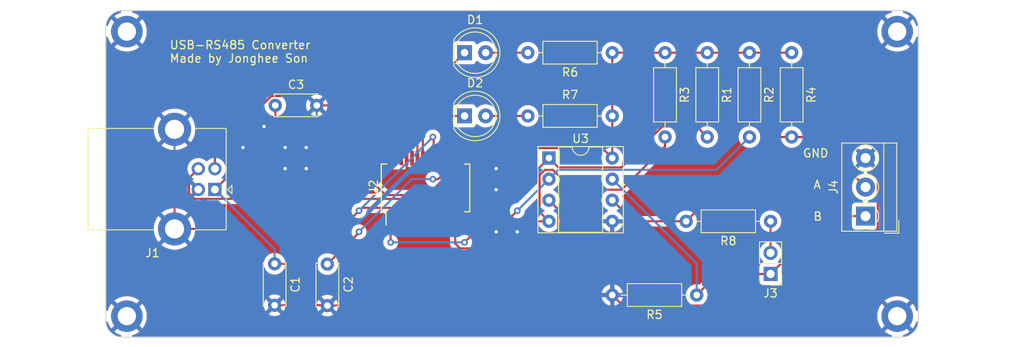
<source format=kicad_pcb>
(kicad_pcb (version 20221018) (generator pcbnew)
  (title_block (title "USB to RS485 Converter") (date "2023-04-10") (rev "1.0"))
  (layers (0 "F.Cu" signal) (31 "B.Cu" signal) (34 "B.Paste" user) (35 "F.Paste" user) (36 "B.SilkS" user "B.Silkscreen") (37 "F.SilkS" user "F.Silkscreen") (38 "B.Mask" user) (39 "F.Mask" user) (44 "Edge.Cuts" user))
  (net 0 "")
  (net 1 "/5V")
  (net 2 "/GND")
  (net 3 "Net-(U2-3V3OUT)")
  (net 4 "Net-(D1-K)")
  (net 5 "Net-(D1-A)")
  (net 6 "Net-(D2-K)")
  (net 7 "Net-(D2-A)")
  (net 8 "Net-(J1-D-)")
  (net 9 "Net-(J1-D+)")
  (net 10 "Net-(J3-Pin_1)")
  (net 11 "Net-(J4-Pin_2)")
  (net 12 "Net-(U2-RXD)")
  (net 13 "Net-(U2-TXD)")
  (net 21 "Net-(U2-CBUS3)")
  (net 22 "Net-(U2-CBUS2)")
  (net 26 "Net-(J3-Pin_2)")
  (footprint "Resistor_THT:R_Axial_DIN0207_L6.3mm_D2.5mm_P10.16mm_Horizontal" (layer "F.Cu") (at 165.1 82.55 -90)
    (fp_text reference "R1" (at 5.08 -2.37 90) (layer "F.SilkS"))
    (fp_text value "10k")
    (fp_line (start 1.04 0) (end 1.81 0) (stroke (width 0.12)) (layer "F.SilkS"))
    (fp_line (start 1.81 -1.37) (end 1.81 1.37) (stroke (width 0.12)) (layer "F.SilkS"))
    (fp_line (start 1.81 1.37) (end 8.35 1.37) (stroke (width 0.12)) (layer "F.SilkS"))
    (fp_line (start 8.35 -1.37) (end 1.81 -1.37) (stroke (width 0.12)) (layer "F.SilkS"))
    (fp_line (start 8.35 1.37) (end 8.35 -1.37) (stroke (width 0.12)) (layer "F.SilkS"))
    (fp_line (start 9.12 0) (end 8.35 0) (stroke (width 0.12)) (layer "F.SilkS"))
    (pad "1" thru_hole circle (at 0 0 270) (size 1.6 1.6) (drill 0.8) (layers "*.Cu" "*.Mask") (net 1 "/5V"))
    (pad "2" thru_hole oval (at 10.16 0 270) (size 1.6 1.6) (drill 0.8) (layers "*.Cu" "*.Mask") (net 12 "Net-(U2-RXD)"))
  )
  (footprint "MountingHole:MountingHole_2.2mm_M2_ISO14580_Pad" (layer "F.Cu") (at 187.96 80.01)
    (fp_text reference "REF**" hide)
    (fp_text value "MountingHole_2.2mm_M2_ISO14580_Pad")
    (pad "1" thru_hole circle (at 0 0) (size 3.8 3.8) (drill 2.2) (layers "*.Cu" "*.Mask") (net 2 "/GND"))
  )
  (footprint "Capacitor_THT:C_Disc_D5.0mm_W2.5mm_P5.00mm" (layer "F.Cu") (at 113.03 107.99 -90)
    (fp_text reference "C1" (at 2.5 -2.5 90) (layer "F.SilkS"))
    (fp_text value "0.1uF")
    (fp_line (start -0.12 -1.37) (end -0.12 -1.055) (stroke (width 0.12)) (layer "F.SilkS"))
    (fp_line (start -0.12 -1.37) (end 5.12 -1.37) (stroke (width 0.12)) (layer "F.SilkS"))
    (fp_line (start -0.12 1.055) (end -0.12 1.37) (stroke (width 0.12)) (layer "F.SilkS"))
    (fp_line (start -0.12 1.37) (end 5.12 1.37) (stroke (width 0.12)) (layer "F.SilkS"))
    (fp_line (start 5.12 -1.37) (end 5.12 -1.055) (stroke (width 0.12)) (layer "F.SilkS"))
    (fp_line (start 5.12 1.055) (end 5.12 1.37) (stroke (width 0.12)) (layer "F.SilkS"))
    (pad "1" thru_hole circle (at 0 0 270) (size 1.6 1.6) (drill 0.8) (layers "*.Cu" "*.Mask") (net 1 "/5V"))
    (pad "2" thru_hole circle (at 5 0 270) (size 1.6 1.6) (drill 0.8) (layers "*.Cu" "*.Mask") (net 2 "/GND"))
  )
  (footprint "LED_THT:LED_D5.0mm" (layer "F.Cu") (at 135.89 82.55)
    (fp_text reference "D1" (at 1.27 -3.96) (layer "F.SilkS"))
    (fp_text value "RED")
    (fp_line (start -1.29 -1.545) (end -1.29 1.545) (stroke (width 0.12)) (layer "F.SilkS"))
    (fp_arc (start -1.29 -1.54483) (mid 2.072002 -2.880433) (end 4.26 0.000462) (stroke (width 0.12)) (layer "F.SilkS"))
    (fp_arc (start 4.26 -0.000462) (mid 2.072002 2.880433) (end -1.29 1.54483) (stroke (width 0.12)) (layer "F.SilkS"))
    (fp_circle (center 1.27 0) (end 3.77 0) (stroke (width 0.12)) (fill none) (layer "F.SilkS"))
    (pad "1" thru_hole rect (at 0 0) (size 1.8 1.8) (drill 0.9) (layers "*.Cu" "*.Mask") (net 4 "Net-(D1-K)"))
    (pad "2" thru_hole circle (at 2.54 0) (size 1.8 1.8) (drill 0.9) (layers "*.Cu" "*.Mask") (net 5 "Net-(D1-A)"))
  )
  (footprint "Resistor_THT:R_Axial_DIN0207_L6.3mm_D2.5mm_P10.16mm_Horizontal" (layer "F.Cu") (at 172.72 102.87 180)
    (fp_text reference "R8" (at 5.08 -2.37) (layer "F.SilkS"))
    (fp_text value "120")
    (fp_line (start 1.04 0) (end 1.81 0) (stroke (width 0.12)) (layer "F.SilkS"))
    (fp_line (start 1.81 -1.37) (end 1.81 1.37) (stroke (width 0.12)) (layer "F.SilkS"))
    (fp_line (start 1.81 1.37) (end 8.35 1.37) (stroke (width 0.12)) (layer "F.SilkS"))
    (fp_line (start 8.35 -1.37) (end 1.81 -1.37) (stroke (width 0.12)) (layer "F.SilkS"))
    (fp_line (start 8.35 1.37) (end 8.35 -1.37) (stroke (width 0.12)) (layer "F.SilkS"))
    (fp_line (start 9.12 0) (end 8.35 0) (stroke (width 0.12)) (layer "F.SilkS"))
    (pad "1" thru_hole circle (at 0 0 180) (size 1.6 1.6) (drill 0.8) (layers "*.Cu" "*.Mask") (net 26 "Net-(J3-Pin_2)"))
    (pad "2" thru_hole oval (at 10.16 0 180) (size 1.6 1.6) (drill 0.8) (layers "*.Cu" "*.Mask") (net 11 "Net-(J4-Pin_2)"))
  )
  (footprint "Package_DIP:DIP-8_W7.62mm_Socket" (layer "F.Cu") (at 146.05 95.25)
    (fp_text reference "U3" (at 3.81 -2.33) (layer "F.SilkS"))
    (fp_text value "MAX485E")
    (fp_line (start -1.33 -1.39) (end -1.33 9.01) (stroke (width 0.12)) (layer "F.SilkS"))
    (fp_line (start -1.33 9.01) (end 8.95 9.01) (stroke (width 0.12)) (layer "F.SilkS"))
    (fp_line (start 1.16 -1.33) (end 1.16 8.95) (stroke (width 0.12)) (layer "F.SilkS"))
    (fp_line (start 1.16 8.95) (end 6.46 8.95) (stroke (width 0.12)) (layer "F.SilkS"))
    (fp_line (start 2.81 -1.33) (end 1.16 -1.33) (stroke (width 0.12)) (layer "F.SilkS"))
    (fp_line (start 6.46 -1.33) (end 4.81 -1.33) (stroke (width 0.12)) (layer "F.SilkS"))
    (fp_line (start 6.46 8.95) (end 6.46 -1.33) (stroke (width 0.12)) (layer "F.SilkS"))
    (fp_line (start 8.95 -1.39) (end -1.33 -1.39) (stroke (width 0.12)) (layer "F.SilkS"))
    (fp_line (start 8.95 9.01) (end 8.95 -1.39) (stroke (width 0.12)) (layer "F.SilkS"))
    (fp_arc (start 4.81 -1.33) (mid 3.81 -0.33) (end 2.81 -1.33) (stroke (width 0.12)) (layer "F.SilkS"))
    (pad "1" thru_hole rect (at 0 0) (size 1.6 1.6) (drill 0.8) (layers "*.Cu" "*.Mask") (net 12 "Net-(U2-RXD)"))
    (pad "2" thru_hole oval (at 0 2.54) (size 1.6 1.6) (drill 0.8) (layers "*.Cu" "*.Mask") (net 21 "Net-(U2-CBUS3)"))
    (pad "3" thru_hole oval (at 0 5.08) (size 1.6 1.6) (drill 0.8) (layers "*.Cu" "*.Mask") (net 22 "Net-(U2-CBUS2)"))
    (pad "4" thru_hole oval (at 0 7.62) (size 1.6 1.6) (drill 0.8) (layers "*.Cu" "*.Mask") (net 13 "Net-(U2-TXD)"))
    (pad "5" thru_hole oval (at 7.62 7.62) (size 1.6 1.6) (drill 0.8) (layers "*.Cu" "*.Mask") (net 2 "/GND"))
    (pad "6" thru_hole oval (at 7.62 5.08) (size 1.6 1.6) (drill 0.8) (layers "*.Cu" "*.Mask") (net 11 "Net-(J4-Pin_2)"))
    (pad "7" thru_hole oval (at 7.62 2.54) (size 1.6 1.6) (drill 0.8) (layers "*.Cu" "*.Mask") (net 10 "Net-(J3-Pin_1)"))
    (pad "8" thru_hole oval (at 7.62 0) (size 1.6 1.6) (drill 0.8) (layers "*.Cu" "*.Mask") (net 1 "/5V"))
  )
  (footprint "Connector_USB:USB_B_Lumberg_2411_02_Horizontal" (layer "F.Cu") (at 105.8475 99.04 180)
    (fp_text reference "J1" (at 7.5 -7.65) (layer "F.SilkS"))
    (fp_text value "USB_B")
    (fp_line (start -2.05 -0.5) (end -2.05 0.5) (stroke (width 0.12)) (layer "F.SilkS"))
    (fp_line (start -2.05 0.5) (end -1.55 0) (stroke (width 0.12)) (layer "F.SilkS"))
    (fp_line (start -1.55 0) (end -2.05 -0.5) (stroke (width 0.12)) (layer "F.SilkS"))
    (fp_line (start -1.35 -4.86) (end 2.4 -4.86) (stroke (width 0.12)) (layer "F.SilkS"))
    (fp_line (start -1.35 7.36) (end -1.35 -4.86) (stroke (width 0.12)) (layer "F.SilkS"))
    (fp_line (start -1.35 7.36) (end 2.4 7.36) (stroke (width 0.12)) (layer "F.SilkS"))
    (fp_line (start 15.27 -4.86) (end 7.3 -4.86) (stroke (width 0.12)) (layer "F.SilkS"))
    (fp_line (start 15.27 7.36) (end 7.3 7.36) (stroke (width 0.12)) (layer "F.SilkS"))
    (fp_line (start 15.27 7.36) (end 15.27 -4.86) (stroke (width 0.12)) (layer "F.SilkS"))
    (pad "1" thru_hole rect (at 0 0 270) (size 1.6 1.6) (drill 0.95) (layers "*.Cu" "*.Mask") (net 1 "/5V"))
    (pad "2" thru_hole circle (at 0 2.5 270) (size 1.6 1.6) (drill 0.95) (layers "*.Cu" "*.Mask") (net 8 "Net-(J1-D-)"))
    (pad "3" thru_hole circle (at 2 2.5 270) (size 1.6 1.6) (drill 0.95) (layers "*.Cu" "*.Mask") (net 9 "Net-(J1-D+)"))
    (pad "4" thru_hole circle (at 2 0 270) (size 1.6 1.6) (drill 0.95) (layers "*.Cu" "*.Mask") (net 2 "/GND"))
    (pad "5" thru_hole circle (at 4.86 -4.75 270) (size 4 4) (drill 2.3) (layers "*.Cu" "*.Mask") (net 2 "/GND"))
    (pad "5" thru_hole circle (at 4.86 7.25 270) (size 4 4) (drill 2.3) (layers "*.Cu" "*.Mask") (net 2 "/GND"))
  )
  (footprint "TerminalBlock_MetzConnect:TerminalBlock_MetzConnect_Type059_RT06303HBWC_1x03_P3.50mm_Horizontal" (layer "F.Cu") (at 184.15 102.25 90)
    (fp_text reference "J4" (at 3.5 -3.86 90) (layer "F.SilkS"))
    (fp_text value "Screw_Terminal_01x03")
    (fp_line (start -2.05 2.26) (end -2.05 4) (stroke (width 0.12)) (layer "F.SilkS"))
    (fp_line (start -2.05 4) (end -0.55 4) (stroke (width 0.12)) (layer "F.SilkS"))
    (fp_line (start -1.81 -2.86) (end -1.81 3.76) (stroke (width 0.12)) (layer "F.SilkS"))
    (fp_line (start -1.81 -2.86) (end 8.81 -2.86) (stroke (width 0.12)) (layer "F.SilkS"))
    (fp_line (start -1.81 2.2) (end 8.81 2.2) (stroke (width 0.12)) (layer "F.SilkS"))
    (fp_line (start -1.81 3.76) (end 8.81 3.76) (stroke (width 0.12)) (layer "F.SilkS"))
    (fp_line (start 2.397 0.914) (end 2.321 0.99) (stroke (width 0.12)) (layer "F.SilkS"))
    (fp_line (start 2.565 1.125) (end 2.511 1.18) (stroke (width 0.12)) (layer "F.SilkS"))
    (fp_line (start 4.49 -1.18) (end 4.436 -1.126) (stroke (width 0.12)) (layer "F.SilkS"))
    (fp_line (start 4.68 -0.99) (end 4.604 -0.914) (stroke (width 0.12)) (layer "F.SilkS"))
    (fp_line (start 5.897 0.914) (end 5.821 0.99) (stroke (width 0.12)) (layer "F.SilkS"))
    (fp_line (start 6.065 1.125) (end 6.011 1.18) (stroke (width 0.12)) (layer "F.SilkS"))
    (fp_line (start 7.99 -1.18) (end 7.936 -1.126) (stroke (width 0.12)) (layer "F.SilkS"))
    (fp_line (start 8.18 -0.99) (end 8.104 -0.914) (stroke (width 0.12)) (layer "F.SilkS"))
    (fp_line (start 8.81 -2.86) (end 8.81 3.76) (stroke (width 0.12)) (layer "F.SilkS"))
    (fp_arc (start -1.386645 0.705733) (mid -1.555906 -0.000711) (end -1.386 -0.707) (stroke (width 0.12)) (layer "F.SilkS"))
    (fp_arc (start -0.705733 -1.386645) (mid 0.000711 -1.555906) (end 0.707 -1.386) (stroke (width 0.12)) (layer "F.SilkS"))
    (fp_arc (start 0.026444 1.555682) (mid -0.350695 1.515869) (end -0.707 1.386) (stroke (width 0.12)) (layer "F.SilkS"))
    (fp_arc (start 0.705955 1.385515) (mid 0.363007 1.512035) (end 0 1.555) (stroke (width 0.12)) (layer "F.SilkS"))
    (fp_arc (start 1.386645 -0.705733) (mid 1.555906 0.000711) (end 1.386 0.707) (stroke (width 0.12)) (layer "F.SilkS"))
    (fp_circle (center 3.5 0) (end 5.055 0) (stroke (width 0.12)) (fill none) (layer "F.SilkS"))
    (fp_circle (center 7 0) (end 8.555 0) (stroke (width 0.12)) (fill none) (layer "F.SilkS"))
    (pad "1" thru_hole rect (at 0 0 90) (size 2.3 2.3) (drill 1.2) (layers "*.Cu" "*.Mask") (net 10 "Net-(J3-Pin_1)"))
    (pad "2" thru_hole circle (at 3.5 0 90) (size 2.3 2.3) (drill 1.2) (layers "*.Cu" "*.Mask") (net 11 "Net-(J4-Pin_2)"))
    (pad "3" thru_hole circle (at 7 0 90) (size 2.3 2.3) (drill 1.2) (layers "*.Cu" "*.Mask") (net 2 "/GND"))
  )
  (footprint "Capacitor_THT:C_Disc_D5.0mm_W2.5mm_P5.00mm" (layer "F.Cu") (at 113.11 88.9)
    (fp_text reference "C3" (at 2.5 -2.5) (layer "F.SilkS"))
    (fp_text value "0.1uF")
    (fp_line (start -0.12 -1.37) (end -0.12 -1.055) (stroke (width 0.12)) (layer "F.SilkS"))
    (fp_line (start -0.12 -1.37) (end 5.12 -1.37) (stroke (width 0.12)) (layer "F.SilkS"))
    (fp_line (start -0.12 1.055) (end -0.12 1.37) (stroke (width 0.12)) (layer "F.SilkS"))
    (fp_line (start -0.12 1.37) (end 5.12 1.37) (stroke (width 0.12)) (layer "F.SilkS"))
    (fp_line (start 5.12 -1.37) (end 5.12 -1.055) (stroke (width 0.12)) (layer "F.SilkS"))
    (fp_line (start 5.12 1.055) (end 5.12 1.37) (stroke (width 0.12)) (layer "F.SilkS"))
    (pad "1" thru_hole circle (at 0 0) (size 1.6 1.6) (drill 0.8) (layers "*.Cu" "*.Mask") (net 1 "/5V"))
    (pad "2" thru_hole circle (at 5 0) (size 1.6 1.6) (drill 0.8) (layers "*.Cu" "*.Mask") (net 2 "/GND"))
  )
  (footprint "LED_THT:LED_D5.0mm" (layer "F.Cu") (at 135.89 90.17)
    (fp_text reference "D2" (at 1.27 -3.96) (layer "F.SilkS"))
    (fp_text value "GREEN")
    (fp_line (start -1.29 -1.545) (end -1.29 1.545) (stroke (width 0.12)) (layer "F.SilkS"))
    (fp_arc (start -1.29 -1.54483) (mid 2.072002 -2.880433) (end 4.26 0.000462) (stroke (width 0.12)) (layer "F.SilkS"))
    (fp_arc (start 4.26 -0.000462) (mid 2.072002 2.880433) (end -1.29 1.54483) (stroke (width 0.12)) (layer "F.SilkS"))
    (fp_circle (center 1.27 0) (end 3.77 0) (stroke (width 0.12)) (fill none) (layer "F.SilkS"))
    (pad "1" thru_hole rect (at 0 0) (size 1.8 1.8) (drill 0.9) (layers "*.Cu" "*.Mask") (net 6 "Net-(D2-K)"))
    (pad "2" thru_hole circle (at 2.54 0) (size 1.8 1.8) (drill 0.9) (layers "*.Cu" "*.Mask") (net 7 "Net-(D2-A)"))
  )
  (footprint "Connector_PinHeader_2.54mm:PinHeader_1x02_P2.54mm_Vertical" (layer "F.Cu") (at 172.72 109.22 180)
    (fp_text reference "J3" (at 0 -2.33) (layer "F.SilkS"))
    (fp_text value "Conn_01x02_Pin")
    (fp_line (start -1.33 -1.33) (end 0 -1.33) (stroke (width 0.12)) (layer "F.SilkS"))
    (fp_line (start -1.33 0) (end -1.33 -1.33) (stroke (width 0.12)) (layer "F.SilkS"))
    (fp_line (start -1.33 1.27) (end -1.33 3.87) (stroke (width 0.12)) (layer "F.SilkS"))
    (fp_line (start -1.33 1.27) (end 1.33 1.27) (stroke (width 0.12)) (layer "F.SilkS"))
    (fp_line (start -1.33 3.87) (end 1.33 3.87) (stroke (width 0.12)) (layer "F.SilkS"))
    (fp_line (start 1.33 1.27) (end 1.33 3.87) (stroke (width 0.12)) (layer "F.SilkS"))
    (pad "1" thru_hole rect (at 0 0 180) (size 1.7 1.7) (drill 1) (layers "*.Cu" "*.Mask") (net 10 "Net-(J3-Pin_1)"))
    (pad "2" thru_hole oval (at 0 2.54 180) (size 1.7 1.7) (drill 1) (layers "*.Cu" "*.Mask") (net 26 "Net-(J3-Pin_2)"))
  )
  (footprint "Resistor_THT:R_Axial_DIN0207_L6.3mm_D2.5mm_P10.16mm_Horizontal" (layer "F.Cu") (at 153.67 82.55 180)
    (fp_text reference "R6" (at 5.08 -2.37) (layer "F.SilkS"))
    (fp_text value "330")
    (fp_line (start 1.04 0) (end 1.81 0) (stroke (width 0.12)) (layer "F.SilkS"))
    (fp_line (start 1.81 -1.37) (end 1.81 1.37) (stroke (width 0.12)) (layer "F.SilkS"))
    (fp_line (start 1.81 1.37) (end 8.35 1.37) (stroke (width 0.12)) (layer "F.SilkS"))
    (fp_line (start 8.35 -1.37) (end 1.81 -1.37) (stroke (width 0.12)) (layer "F.SilkS"))
    (fp_line (start 8.35 1.37) (end 8.35 -1.37) (stroke (width 0.12)) (layer "F.SilkS"))
    (fp_line (start 9.12 0) (end 8.35 0) (stroke (width 0.12)) (layer "F.SilkS"))
    (pad "1" thru_hole circle (at 0 0 180) (size 1.6 1.6) (drill 0.8) (layers "*.Cu" "*.Mask") (net 1 "/5V"))
    (pad "2" thru_hole oval (at 10.16 0 180) (size 1.6 1.6) (drill 0.8) (layers "*.Cu" "*.Mask") (net 5 "Net-(D1-A)"))
  )
  (footprint "MountingHole:MountingHole_2.2mm_M2_ISO14580_Pad" (layer "F.Cu") (at 95.25 80.01)
    (fp_text reference "REF**" hide)
    (fp_text value "MountingHole_2.2mm_M2_ISO14580_Pad")
    (pad "1" thru_hole circle (at 0 0) (size 3.8 3.8) (drill 2.2) (layers "*.Cu" "*.Mask") (net 2 "/GND"))
  )
  (footprint "MountingHole:MountingHole_2.2mm_M2_ISO14580_Pad" (layer "F.Cu") (at 187.96 114.3)
    (fp_text reference "REF**" hide)
    (fp_text value "MountingHole_2.2mm_M2_ISO14580_Pad")
    (pad "1" thru_hole circle (at 0 0) (size 3.8 3.8) (drill 2.2) (layers "*.Cu" "*.Mask") (net 2 "/GND"))
  )
  (footprint "MountingHole:MountingHole_2.2mm_M2_ISO14580_Pad" (layer "F.Cu") (at 95.25 114.3)
    (fp_text reference "REF**" hide)
    (fp_text value "MountingHole_2.2mm_M2_ISO14580_Pad")
    (pad "1" thru_hole circle (at 0 0) (size 3.8 3.8) (drill 2.2) (layers "*.Cu" "*.Mask") (net 2 "/GND"))
  )
  (footprint "Capacitor_THT:C_Disc_D5.0mm_W2.5mm_P5.00mm" (layer "F.Cu") (at 119.38 108.03 -90)
    (fp_text reference "C2" (at 2.46 -2.54 90) (layer "F.SilkS"))
    (fp_text value "0.1uF")
    (fp_line (start -0.12 -1.37) (end -0.12 -1.055) (stroke (width 0.12)) (layer "F.SilkS"))
    (fp_line (start -0.12 -1.37) (end 5.12 -1.37) (stroke (width 0.12)) (layer "F.SilkS"))
    (fp_line (start -0.12 1.055) (end -0.12 1.37) (stroke (width 0.12)) (layer "F.SilkS"))
    (fp_line (start -0.12 1.37) (end 5.12 1.37) (stroke (width 0.12)) (layer "F.SilkS"))
    (fp_line (start 5.12 -1.37) (end 5.12 -1.055) (stroke (width 0.12)) (layer "F.SilkS"))
    (fp_line (start 5.12 1.055) (end 5.12 1.37) (stroke (width 0.12)) (layer "F.SilkS"))
    (pad "1" thru_hole circle (at 0 0 270) (size 1.6 1.6) (drill 0.8) (layers "*.Cu" "*.Mask") (net 3 "Net-(U2-3V3OUT)"))
    (pad "2" thru_hole circle (at 5 0 270) (size 1.6 1.6) (drill 0.8) (layers "*.Cu" "*.Mask") (net 2 "/GND"))
  )
  (footprint "Resistor_THT:R_Axial_DIN0207_L6.3mm_D2.5mm_P10.16mm_Horizontal" (layer "F.Cu") (at 175.26 82.55 -90)
    (fp_text reference "R4" (at 5.08 -2.37 90) (layer "F.SilkS"))
    (fp_text value "20k")
    (fp_line (start 1.04 0) (end 1.81 0) (stroke (width 0.12)) (layer "F.SilkS"))
    (fp_line (start 1.81 -1.37) (end 1.81 1.37) (stroke (width 0.12)) (layer "F.SilkS"))
    (fp_line (start 1.81 1.37) (end 8.35 1.37) (stroke (width 0.12)) (layer "F.SilkS"))
    (fp_line (start 8.35 -1.37) (end 1.81 -1.37) (stroke (width 0.12)) (layer "F.SilkS"))
    (fp_line (start 8.35 1.37) (end 8.35 -1.37) (stroke (width 0.12)) (layer "F.SilkS"))
    (fp_line (start 9.12 0) (end 8.35 0) (stroke (width 0.12)) (layer "F.SilkS"))
    (pad "1" thru_hole circle (at 0 0 270) (size 1.6 1.6) (drill 0.8) (layers "*.Cu" "*.Mask") (net 1 "/5V"))
    (pad "2" thru_hole oval (at 10.16 0 270) (size 1.6 1.6) (drill 0.8) (layers "*.Cu" "*.Mask") (net 11 "Net-(J4-Pin_2)"))
  )
  (footprint "Resistor_THT:R_Axial_DIN0207_L6.3mm_D2.5mm_P10.16mm_Horizontal" (layer "F.Cu") (at 153.67 90.17 180)
    (fp_text reference "R7" (at 5.08 2.54) (layer "F.SilkS"))
    (fp_text value "330")
    (fp_line (start 1.04 0) (end 1.81 0) (stroke (width 0.12)) (layer "F.SilkS"))
    (fp_line (start 1.81 -1.37) (end 1.81 1.37) (stroke (width 0.12)) (layer "F.SilkS"))
    (fp_line (start 1.81 1.37) (end 8.35 1.37) (stroke (width 0.12)) (layer "F.SilkS"))
    (fp_line (start 8.35 -1.37) (end 1.81 -1.37) (stroke (width 0.12)) (layer "F.SilkS"))
    (fp_line (start 8.35 1.37) (end 8.35 -1.37) (stroke (width 0.12)) (layer "F.SilkS"))
    (fp_line (start 9.12 0) (end 8.35 0) (stroke (width 0.12)) (layer "F.SilkS"))
    (pad "1" thru_hole circle (at 0 0 180) (size 1.6 1.6) (drill 0.8) (layers "*.Cu" "*.Mask") (net 1 "/5V"))
    (pad "2" thru_hole oval (at 10.16 0 180) (size 1.6 1.6) (drill 0.8) (layers "*.Cu" "*.Mask") (net 7 "Net-(D2-A)"))
  )
  (footprint "Resistor_THT:R_Axial_DIN0207_L6.3mm_D2.5mm_P10.16mm_Horizontal" (layer "F.Cu") (at 170.18 82.55 -90)
    (fp_text reference "R2" (at 5.08 -2.37 90) (layer "F.SilkS"))
    (fp_text value "10k")
    (fp_line (start 1.04 0) (end 1.81 0) (stroke (width 0.12)) (layer "F.SilkS"))
    (fp_line (start 1.81 -1.37) (end 1.81 1.37) (stroke (width 0.12)) (layer "F.SilkS"))
    (fp_line (start 1.81 1.37) (end 8.35 1.37) (stroke (width 0.12)) (layer "F.SilkS"))
    (fp_line (start 8.35 -1.37) (end 1.81 -1.37) (stroke (width 0.12)) (layer "F.SilkS"))
    (fp_line (start 8.35 1.37) (end 8.35 -1.37) (stroke (width 0.12)) (layer "F.SilkS"))
    (fp_line (start 9.12 0) (end 8.35 0) (stroke (width 0.12)) (layer "F.SilkS"))
    (pad "1" thru_hole circle (at 0 0 270) (size 1.6 1.6) (drill 0.8) (layers "*.Cu" "*.Mask") (net 1 "/5V"))
    (pad "2" thru_hole oval (at 10.16 0 270) (size 1.6 1.6) (drill 0.8) (layers "*.Cu" "*.Mask") (net 21 "Net-(U2-CBUS3)"))
  )
  (footprint "Package_SO:SSOP-28_5.3x10.2mm_P0.65mm" (layer "F.Cu") (at 131.195 98.85 90)
    (fp_text reference "U2" (at 0 -6.25 90) (layer "F.SilkS"))
    (fp_text value "FT232RL")
    (fp_line (start -2.875 -5.325) (end -2.875 -4.75) (stroke (width 0.15)) (layer "F.SilkS"))
    (fp_line (start -2.875 -5.325) (end 2.875 -5.325) (stroke (width 0.15)) (layer "F.SilkS"))
    (fp_line (start -2.875 -4.75) (end -4.475 -4.75) (stroke (width 0.15)) (layer "F.SilkS"))
    (fp_line (start -2.875 5.325) (end -2.875 4.675) (stroke (width 0.15)) (layer "F.SilkS"))
    (fp_line (start -2.875 5.325) (end 2.875 5.325) (stroke (width 0.15)) (layer "F.SilkS"))
    (fp_line (start 2.875 -5.325) (end 2.875 -4.675) (stroke (width 0.15)) (layer "F.SilkS"))
    (fp_line (start 2.875 5.325) (end 2.875 4.675) (stroke (width 0.15)) (layer "F.SilkS"))
    (pad "1" smd rect (at -3.6 -4.225 90) (size 1.75 0.45) (layers "F.Cu" "F.Paste" "F.Mask") (net 13 "Net-(U2-TXD)"))
    (pad "2" smd rect (at -3.6 -3.575 90) (size 1.75 0.45) (layers "F.Cu" "F.Paste" "F.Mask"))
    (pad "3" smd rect (at -3.6 -2.925 90) (size 1.75 0.45) (layers "F.Cu" "F.Paste" "F.Mask"))
    (pad "4" smd rect (at -3.6 -2.275 90) (size 1.75 0.45) (layers "F.Cu" "F.Paste" "F.Mask") (net 1 "/5V"))
    (pad "5" smd rect (at -3.6 -1.625 90) (size 1.75 0.45) (layers "F.Cu" "F.Paste" "F.Mask") (net 12 "Net-(U2-RXD)"))
    (pad "6" smd rect (at -3.6 -0.975 90) (size 1.75 0.45) (layers "F.Cu" "F.Paste" "F.Mask"))
    (pad "7" smd rect (at -3.6 -0.325 90) (size 1.75 0.45) (layers "F.Cu" "F.Paste" "F.Mask") (net 2 "/GND"))
    (pad "8" smd rect (at -3.6 0.325 90) (size 1.75 0.45) (layers "F.Cu" "F.Paste" "F.Mask"))
    (pad "9" smd rect (at -3.6 0.975 90) (size 1.75 0.45) (layers "F.Cu" "F.Paste" "F.Mask"))
    (pad "10" smd rect (at -3.6 1.625 90) (size 1.75 0.45) (layers "F.Cu" "F.Paste" "F.Mask"))
    (pad "11" smd rect (at -3.6 2.275 90) (size 1.75 0.45) (layers "F.Cu" "F.Paste" "F.Mask"))
    (pad "12" smd rect (at -3.6 2.925 90) (size 1.75 0.45) (layers "F.Cu" "F.Paste" "F.Mask"))
    (pad "13" smd rect (at -3.6 3.575 90) (size 1.75 0.45) (layers "F.Cu" "F.Paste" "F.Mask") (net 22 "Net-(U2-CBUS2)"))
    (pad "14" smd rect (at -3.6 4.225 90) (size 1.75 0.45) (layers "F.Cu" "F.Paste" "F.Mask") (net 21 "Net-(U2-CBUS3)"))
    (pad "15" smd rect (at 3.6 4.225 90) (size 1.75 0.45) (layers "F.Cu" "F.Paste" "F.Mask") (net 9 "Net-(J1-D+)"))
    (pad "16" smd rect (at 3.6 3.575 90) (size 1.75 0.45) (layers "F.Cu" "F.Paste" "F.Mask") (net 8 "Net-(J1-D-)"))
    (pad "17" smd rect (at 3.6 2.925 90) (size 1.75 0.45) (layers "F.Cu" "F.Paste" "F.Mask") (net 3 "Net-(U2-3V3OUT)"))
    (pad "18" smd rect (at 3.6 2.275 90) (size 1.75 0.45) (layers "F.Cu" "F.Paste" "F.Mask") (net 2 "/GND"))
    (pad "19" smd rect (at 3.6 1.625 90) (size 1.75 0.45) (layers "F.Cu" "F.Paste" "F.Mask") (net 1 "/5V"))
    (pad "20" smd rect (at 3.6 0.975 90) (size 1.75 0.45) (layers "F.Cu" "F.Paste" "F.Mask") (net 1 "/5V"))
    (pad "21" smd rect (at 3.6 0.325 90) (size 1.75 0.45) (layers "F.Cu" "F.Paste" "F.Mask") (net 2 "/GND"))
    (pad "22" smd rect (at 3.6 -0.325 90) (size 1.75 0.45) (layers "F.Cu" "F.Paste" "F.Mask") (net 6 "Net-(D2-K)"))
    (pad "23" smd rect (at 3.6 -0.975 90) (size 1.75 0.45) (layers "F.Cu" "F.Paste" "F.Mask") (net 4 "Net-(D1-K)"))
    (pad "24" smd rect (at 3.6 -1.625 90) (size 1.75 0.45) (layers "F.Cu" "F.Paste" "F.Mask"))
    (pad "25" smd rect (at 3.6 -2.275 90) (size 1.75 0.45) (layers "F.Cu" "F.Paste" "F.Mask") (net 2 "/GND"))
    (pad "26" smd rect (at 3.6 -2.925 90) (size 1.75 0.45) (layers "F.Cu" "F.Paste" "F.Mask"))
    (pad "27" smd rect (at 3.6 -3.575 90) (size 1.75 0.45) (layers "F.Cu" "F.Paste" "F.Mask"))
    (pad "28" smd rect (at 3.6 -4.225 90) (size 1.75 0.45) (layers "F.Cu" "F.Paste" "F.Mask"))
  )
  (footprint "Resistor_THT:R_Axial_DIN0207_L6.3mm_D2.5mm_P10.16mm_Horizontal" (layer "F.Cu") (at 163.83 111.76 180)
    (fp_text reference "R5" (at 5.08 -2.37) (layer "F.SilkS"))
    (fp_text value "20k")
    (fp_line (start 1.04 0) (end 1.81 0) (stroke (width 0.12)) (layer "F.SilkS"))
    (fp_line (start 1.81 -1.37) (end 1.81 1.37) (stroke (width 0.12)) (layer "F.SilkS"))
    (fp_line (start 1.81 1.37) (end 8.35 1.37) (stroke (width 0.12)) (layer "F.SilkS"))
    (fp_line (start 8.35 -1.37) (end 1.81 -1.37) (stroke (width 0.12)) (layer "F.SilkS"))
    (fp_line (start 8.35 1.37) (end 8.35 -1.37) (stroke (width 0.12)) (layer "F.SilkS"))
    (fp_line (start 9.12 0) (end 8.35 0) (stroke (width 0.12)) (layer "F.SilkS"))
    (pad "1" thru_hole circle (at 0 0 180) (size 1.6 1.6) (drill 0.8) (layers "*.Cu" "*.Mask") (net 10 "Net-(J3-Pin_1)"))
    (pad "2" thru_hole oval (at 10.16 0 180) (size 1.6 1.6) (drill 0.8) (layers "*.Cu" "*.Mask") (net 2 "/GND"))
  )
  (footprint "Resistor_THT:R_Axial_DIN0207_L6.3mm_D2.5mm_P10.16mm_Horizontal" (layer "F.Cu") (at 160.02 82.55 -90)
    (fp_text reference "R3" (at 5.08 -2.37 90) (layer "F.SilkS"))
    (fp_text value "10k")
    (fp_line (start 1.04 0) (end 1.81 0) (stroke (width 0.12)) (layer "F.SilkS"))
    (fp_line (start 1.81 -1.37) (end 1.81 1.37) (stroke (width 0.12)) (layer "F.SilkS"))
    (fp_line (start 1.81 1.37) (end 8.35 1.37) (stroke (width 0.12)) (layer "F.SilkS"))
    (fp_line (start 8.35 -1.37) (end 1.81 -1.37) (stroke (width 0.12)) (layer "F.SilkS"))
    (fp_line (start 8.35 1.37) (end 8.35 -1.37) (stroke (width 0.12)) (layer "F.SilkS"))
    (fp_line (start 9.12 0) (end 8.35 0) (stroke (width 0.12)) (layer "F.SilkS"))
    (pad "1" thru_hole circle (at 0 0 270) (size 1.6 1.6) (drill 0.8) (layers "*.Cu" "*.Mask") (net 1 "/5V"))
    (pad "2" thru_hole oval (at 10.16 0 270) (size 1.6 1.6) (drill 0.8) (layers "*.Cu" "*.Mask") (net 13 "Net-(U2-TXD)"))
  )
  (gr_line (start 190.5 79.47) (end 190.5 114.84) (stroke (width 0.1)) (layer "Edge.Cuts"))
  (gr_arc (start 188.5 77.47) (mid 189.914214 78.055786) (end 190.5 79.47) (stroke (width 0.1)) (layer "Edge.Cuts"))
  (gr_arc (start 94.71 116.84) (mid 93.295786 116.254214) (end 92.71 114.84) (stroke (width 0.1)) (layer "Edge.Cuts"))
  (gr_line (start 94.71 77.47) (end 188.5 77.47) (stroke (width 0.1)) (layer "Edge.Cuts"))
  (gr_arc (start 190.5 114.84) (mid 189.914214 116.254214) (end 188.5 116.84) (stroke (width 0.1)) (layer "Edge.Cuts"))
  (gr_line (start 188.5 116.84) (end 94.71 116.84) (stroke (width 0.1)) (layer "Edge.Cuts"))
  (gr_line (start 92.71 114.84) (end 92.71 79.47) (stroke (width 0.1)) (layer "Edge.Cuts"))
  (gr_arc (start 92.71 79.47) (mid 93.295786 78.055786) (end 94.71 77.47) (stroke (width 0.1)) (layer "Edge.Cuts"))
  (gr_text "USB-RS485 Converter\nMade by Jonghee Son" (at 100.33 83.82) (layer "F.SilkS") (effects (font (size 1 1)) (justify left bottom)))
  (gr_text "A" (at 177.8 99.06) (layer "F.SilkS") (effects (font (size 1 1)) (justify left bottom)))
  (gr_text "B" (at 177.8 102.87) (layer "F.SilkS") (effects (font (size 1 1)) (justify left bottom)))
  (gr_text "GND" (at 176.53 95.25) (layer "F.SilkS") (effects (font (size 1 1)) (justify left bottom)))
  (segment (start 153.67 90.17) (end 153.67 95.25) (width 0.25) (layer "F.Cu") (net 1))
  (segment (start 153.67 82.55) (end 153.67 90.17) (width 0.25) (layer "F.Cu") (net 1))
  (segment (start 132.92 94.05) (end 152.47 94.05) (width 0.25) (layer "F.Cu") (net 1))
  (segment (start 113.11 91.7775) (end 105.8475 99.04) (width 0.25) (layer "F.Cu") (net 1))
  (segment (start 132.17 92.8) (end 132.08 92.71) (width 0.25) (layer "F.Cu") (net 1))
  (segment (start 128.845 101.25) (end 123.54 101.25) (width 0.25) (layer "F.Cu") (net 1))
  (segment (start 128.92 101.325) (end 128.845 101.25) (width 0.25) (layer "F.Cu") (net 1))
  (segment (start 132.17 95.25) (end 132.17 92.8) (width 0.25) (layer "F.Cu") (net 1))
  (segment (start 132.17 95.25) (end 132.82 95.25) (width 0.25) (layer "F.Cu") (net 1))
  (segment (start 113.11 88.9) (end 113.11 91.7775) (width 0.25) (layer "F.Cu") (net 1))
  (segment (start 132.82 95.25) (end 132.82 94.15) (width 0.25) (layer "F.Cu") (net 1))
  (segment (start 152.47 94.05) (end 153.67 95.25) (width 0.25) (layer "F.Cu") (net 1))
  (segment (start 132.82 94.15) (end 132.92 94.05) (width 0.25) (layer "F.Cu") (net 1))
  (segment (start 123.54 101.25) (end 123.19 101.6) (width 0.25) (layer "F.Cu") (net 1))
  (segment (start 160.02 82.55) (end 175.26 82.55) (width 0.25) (layer "F.Cu") (net 1))
  (segment (start 128.92 102.45) (end 128.92 101.325) (width 0.25) (layer "F.Cu") (net 1))
  (segment (start 116.8 107.99) (end 113.03 107.99) (width 0.25) (layer "F.Cu") (net 1))
  (segment (start 123.19 101.6) (end 116.8 107.99) (width 0.25) (layer "F.Cu") (net 1))
  (segment (start 160.02 82.55) (end 153.67 82.55) (width 0.25) (layer "F.Cu") (net 1))
  (via (at 132.08 92.71) (size 0.8) (drill 0.4) (layers "F.Cu" "B.Cu") (net 1))
  (via (at 123.19 101.6) (size 0.8) (drill 0.4) (layers "F.Cu" "B.Cu") (net 1))
  (segment (start 113.03 107.99) (end 113.03 106.2225) (width 0.25) (layer "B.Cu") (net 1))
  (segment (start 123.19 101.6) (end 132.08 92.71) (width 0.25) (layer "B.Cu") (net 1))
  (segment (start 113.03 106.2225) (end 105.8475 99.04) (width 0.25) (layer "B.Cu") (net 1))
  (segment (start 100.9875 91.79) (end 100.9875 103.79) (width 0.25) (layer "F.Cu") (net 2))
  (segment (start 128.92 96.375) (end 128.995 96.45) (width 0.25) (layer "F.Cu") (net 2))
  (segment (start 113.03 112.99) (end 119.34 112.99) (width 0.25) (layer "F.Cu") (net 2))
  (segment (start 130.87 102.45) (end 130.87 111.7) (width 0.25) (layer "F.Cu") (net 2))
  (segment (start 131.52 96.375) (end 131.52 95.25) (width 0.25) (layer "F.Cu") (net 2))
  (segment (start 184.15 95.25) (end 185.625 96.725) (width 0.25) (layer "F.Cu") (net 2))
  (segment (start 118.11 88.9) (end 123.695 88.9) (width 0.25) (layer "F.Cu") (net 2))
  (segment (start 100.9875 103.79) (end 103.83 103.79) (width 0.25) (layer "F.Cu") (net 2))
  (segment (start 176.32 113.03) (end 154.94 113.03) (width 0.25) (layer "F.Cu") (net 2))
  (segment (start 128.92 95.25) (end 128.92 96.375) (width 0.25) (layer "F.Cu") (net 2))
  (segment (start 122.66 111.76) (end 130.81 111.76) (width 0.25) (layer "F.Cu") (net 2))
  (segment (start 185.625 103.725) (end 176.32 113.03) (width 0.25) (layer "F.Cu") (net 2))
  (segment (start 133.47 95.25) (end 133.47 96.388604) (width 0.25) (layer "F.Cu") (net 2))
  (segment (start 185.625 96.725) (end 185.625 103.725) (width 0.25) (layer "F.Cu") (net 2))
  (segment (start 154.94 113.03) (end 153.67 111.76) (width 0.25) (layer "F.Cu") (net 2))
  (segment (start 123.695 88.9) (end 128.92 94.125) (width 0.25) (layer "F.Cu") (net 2))
  (segment (start 130.87 111.7) (end 130.81 111.76) (width 0.25) (layer "F.Cu") (net 2))
  (segment (start 128.995 96.45) (end 131.595 96.45) (width 0.25) (layer "F.Cu") (net 2))
  (segment (start 133.47 96.388604) (end 133.408604 96.45) (width 0.25) (layer "F.Cu") (net 2))
  (segment (start 103.83 103.79) (end 113.03 112.99) (width 0.25) (layer "F.Cu") (net 2))
  (segment (start 121.39 113.03) (end 122.66 111.76) (width 0.25) (layer "F.Cu") (net 2))
  (segment (start 130.81 111.76) (end 153.67 111.76) (width 0.25) (layer "F.Cu") (net 2))
  (segment (start 119.34 112.99) (end 119.38 113.03) (width 0.25) (layer "F.Cu") (net 2))
  (segment (start 128.92 94.125) (end 128.92 95.25) (width 0.25) (layer "F.Cu") (net 2))
  (segment (start 131.595 96.45) (end 131.52 96.375) (width 0.25) (layer "F.Cu") (net 2))
  (segment (start 119.38 113.03) (end 121.39 113.03) (width 0.25) (layer "F.Cu") (net 2))
  (segment (start 153.67 111.76) (end 153.67 102.87) (width 0.25) (layer "F.Cu") (net 2))
  (segment (start 133.408604 96.45) (end 131.595 96.45) (width 0.25) (layer "F.Cu") (net 2))
  (via (at 139.7 99.06) (size 0.8) (drill 0.4) (layers "F.Cu" "B.Cu") (net 2))
  (via (at 139.7 104.14) (size 0.8) (drill 0.4) (layers "F.Cu" "B.Cu") (net 2))
  (via (at 142.24 104.14) (size 0.8) (drill 0.4) (layers "F.Cu" "B.Cu") (net 2))
  (via (at 109.22 93.98) (size 0.8) (drill 0.4) (layers "F.Cu" "B.Cu") (net 2))
  (via (at 116.84 96.52) (size 0.8) (drill 0.4) (layers "F.Cu" "B.Cu") (net 2))
  (via (at 116.84 93.98) (size 0.8) (drill 0.4) (layers "F.Cu" "B.Cu") (net 2))
  (via (at 111.76 91.44) (size 0.8) (drill 0.4) (layers "F.Cu" "B.Cu") (net 2))
  (via (at 114.3 93.98) (size 0.8) (drill 0.4) (layers "F.Cu" "B.Cu") (net 2))
  (via (at 114.3 96.52) (size 0.8) (drill 0.4) (layers "F.Cu" "B.Cu") (net 2))
  (via (at 139.7 96.52) (size 0.8) (drill 0.4) (layers "F.Cu" "B.Cu") (net 2))
  (segment (start 103.8475 99.04) (end 100.9875 96.18) (width 0.25) (layer "B.Cu") (net 2))
  (segment (start 119.38 113.03) (end 118.11 111.76) (width 0.25) (layer "B.Cu") (net 2))
  (segment (start 100.9875 96.18) (end 100.9875 91.79) (width 0.25) (layer "B.Cu") (net 2))
  (segment (start 118.11 111.76) (end 118.11 88.9) (width 0.25) (layer "B.Cu") (net 2))
  (segment (start 134.12 95.25) (end 134.12 96.375) (width 0.25) (layer "F.Cu") (net 3))
  (segment (start 134.12 96.375) (end 132.705 97.79) (width 0.25) (layer "F.Cu") (net 3))
  (segment (start 123.19 104.22) (end 123.19 104.14) (width 0.25) (layer "F.Cu") (net 3))
  (segment (start 119.38 108.03) (end 123.19 104.22) (width 0.25) (layer "F.Cu") (net 3))
  (segment (start 132.705 97.79) (end 132.08 97.79) (width 0.25) (layer "F.Cu") (net 3))
  (via (at 123.19 104.14) (size 0.8) (drill 0.4) (layers "F.Cu" "B.Cu") (net 3))
  (via (at 132.08 97.79) (size 0.8) (drill 0.4) (layers "F.Cu" "B.Cu") (net 3))
  (segment (start 129.54 97.79) (end 123.19 104.14) (width 0.25) (layer "B.Cu") (net 3))
  (segment (start 132.08 97.79) (end 129.54 97.79) (width 0.25) (layer "B.Cu") (net 3))
  (segment (start 130.22 88.22) (end 135.89 82.55) (width 0.25) (layer "F.Cu") (net 4))
  (segment (start 130.22 95.25) (end 130.22 88.22) (width 0.25) (layer "F.Cu") (net 4))
  (segment (start 138.43 82.55) (end 143.51 82.55) (width 0.25) (layer "F.Cu") (net 5))
  (segment (start 130.87 91.38) (end 130.87 95.25) (width 0.25) (layer "F.Cu") (net 6))
  (segment (start 132.08 90.17) (end 130.87 91.38) (width 0.25) (layer "F.Cu") (net 6))
  (segment (start 135.89 90.17) (end 132.08 90.17) (width 0.25) (layer "F.Cu") (net 6))
  (segment (start 143.51 90.17) (end 138.43 90.17) (width 0.25) (layer "F.Cu") (net 7))
  (segment (start 105.8475 96.54) (end 105.8475 94.571509) (width 0.25) (layer "F.Cu") (net 8))
  (segment (start 126.385 99.715) (end 131.43 99.715) (width 0.25) (layer "F.Cu") (net 8))
  (segment (start 134.77 96.375) (end 134.77 95.25) (width 0.25) (layer "F.Cu") (net 8))
  (segment (start 131.43 99.715) (end 134.77 96.375) (width 0.25) (layer "F.Cu") (net 8))
  (segment (start 105.8475 94.571509) (end 112.644009 87.775) (width 0.25) (layer "F.Cu") (net 8))
  (segment (start 112.644009 87.775) (end 114.445 87.775) (width 0.25) (layer "F.Cu") (net 8))
  (segment (start 114.445 87.775) (end 126.385 99.715) (width 0.25) (layer "F.Cu") (net 8))
  (segment (start 103.381509 100.165) (end 131.616396 100.165) (width 0.25) (layer "F.Cu") (net 9))
  (segment (start 135.42 96.361396) (end 135.42 95.25) (width 0.25) (layer "F.Cu") (net 9))
  (segment (start 103.8475 96.54) (end 102.7225 97.665) (width 0.25) (layer "F.Cu") (net 9))
  (segment (start 102.7225 97.665) (end 102.7225 99.505991) (width 0.25) (layer "F.Cu") (net 9))
  (segment (start 102.7225 99.505991) (end 103.381509 100.165) (width 0.25) (layer "F.Cu") (net 9))
  (segment (start 131.616396 100.165) (end 135.42 96.361396) (width 0.25) (layer "F.Cu") (net 9))
  (segment (start 184.15 102.25) (end 179.69 102.25) (width 0.25) (layer "F.Cu") (net 10))
  (segment (start 172.72 109.22) (end 166.37 109.22) (width 0.25) (layer "F.Cu") (net 10))
  (segment (start 179.69 102.25) (end 172.72 109.22) (width 0.25) (layer "F.Cu") (net 10))
  (segment (start 166.37 109.22) (end 163.83 111.76) (width 0.25) (layer "F.Cu") (net 10))
  (segment (start 163.83 107.95) (end 153.67 97.79) (width 0.25) (layer "B.Cu") (net 10))
  (segment (start 163.83 111.76) (end 163.83 107.95) (width 0.25) (layer "B.Cu") (net 10))
  (segment (start 184.15 97.79) (end 184.15 98.75) (width 0.25) (layer "F.Cu") (net 11))
  (segment (start 156.21 102.87) (end 153.67 100.33) (width 0.25) (layer "F.Cu") (net 11))
  (segment (start 175.26 92.71) (end 178.11 92.71) (width 0.25) (layer "F.Cu") (net 11))
  (segment (start 172.72 92.71) (end 162.56 102.87) (width 0.25) (layer "F.Cu") (net 11))
  (segment (start 178.11 92.71) (end 184.15 98.75) (width 0.25) (layer "F.Cu") (net 11))
  (segment (start 175.26 92.71) (end 172.72 92.71) (width 0.25) (layer "F.Cu") (net 11))
  (segment (start 162.56 102.87) (end 156.21 102.87) (width 0.25) (layer "F.Cu") (net 11))
  (segment (start 129.67 101.25) (end 129.57 101.35) (width 0.25) (layer "F.Cu") (net 12))
  (segment (start 163.83 91.44) (end 165.1 92.71) (width 0.25) (layer "F.Cu") (net 12))
  (segment (start 154.764009 96.375) (end 159.699009 91.44) (width 0.25) (layer "F.Cu") (net 12))
  (segment (start 146.05 95.25) (end 140.05 101.25) (width 0.25) (layer "F.Cu") (net 12))
  (segment (start 140.05 101.25) (end 129.67 101.25) (width 0.25) (layer "F.Cu") (net 12))
  (segment (start 159.699009 91.44) (end 163.83 91.44) (width 0.25) (layer "F.Cu") (net 12))
  (segment (start 147.175 96.375) (end 154.764009 96.375) (width 0.25) (layer "F.Cu") (net 12))
  (segment (start 129.57 101.35) (end 129.57 102.45) (width 0.25) (layer "F.Cu") (net 12))
  (segment (start 146.05 95.25) (end 147.175 96.375) (width 0.25) (layer "F.Cu") (net 12))
  (segment (start 146.515991 96.665) (end 145.584009 96.665) (width 0.25) (layer "F.Cu") (net 13))
  (segment (start 144.925 101.745) (end 146.05 102.87) (width 0.25) (layer "F.Cu") (net 13))
  (segment (start 145.584009 96.665) (end 144.925 97.324009) (width 0.25) (layer "F.Cu") (net 13))
  (segment (start 160.02 92.71) (end 160.02 93.84137) (width 0.25) (layer "F.Cu") (net 13))
  (segment (start 126.97 102.45) (end 127 105.41) (width 0.25) (layer "F.Cu") (net 13))
  (segment (start 154.80137 99.06) (end 148.910991 99.06) (width 0.25) (layer "F.Cu") (net 13))
  (segment (start 148.910991 99.06) (end 146.515991 96.665) (width 0.25) (layer "F.Cu") (net 13))
  (segment (start 160.02 93.84137) (end 154.80137 99.06) (width 0.25) (layer "F.Cu") (net 13))
  (segment (start 127 105.41) (end 126.97 105.38) (width 0.25) (layer "F.Cu") (net 13))
  (segment (start 144.925 97.324009) (end 144.925 101.745) (width 0.25) (layer "F.Cu") (net 13))
  (segment (start 138.43 102.87) (end 135.89 105.41) (width 0.25) (layer "F.Cu") (net 13))
  (segment (start 146.05 102.87) (end 138.43 102.87) (width 0.25) (layer "F.Cu") (net 13))
  (via (at 127 105.41) (size 0.8) (drill 0.4) (layers "F.Cu" "B.Cu") (net 13))
  (via (at 135.89 105.41) (size 0.8) (drill 0.4) (layers "F.Cu" "B.Cu") (net 13))
  (segment (start 127 105.41) (end 135.89 105.41) (width 0.25) (layer "B.Cu") (net 13))
  (segment (start 141.42 102.42) (end 142.24 101.6) (width 0.25) (layer "F.Cu") (net 21))
  (segment (start 135.42 102.45) (end 135.45 102.42) (width 0.25) (layer "F.Cu") (net 21))
  (segment (start 135.45 102.42) (end 141.42 102.42) (width 0.25) (layer "F.Cu") (net 21))
  (via (at 142.24 101.6) (size 0.8) (drill 0.4) (layers "F.Cu" "B.Cu") (net 21))
  (segment (start 147.175 96.665) (end 146.05 97.79) (width 0.25) (layer "B.Cu") (net 21))
  (segment (start 147.175 96.665) (end 166.225 96.665) (width 0.25) (layer "B.Cu") (net 21))
  (segment (start 166.225 96.665) (end 170.18 92.71) (width 0.25) (layer "B.Cu") (net 21))
  (segment (start 142.24 101.6) (end 146.05 97.79) (width 0.25) (layer "B.Cu") (net 21))
  (segment (start 135.345 106.135) (end 134.77 105.56) (width 0.25) (layer "F.Cu") (net 22))
  (segment (start 147.175 101.455) (end 147.175 104.285) (width 0.25) (layer "F.Cu") (net 22))
  (segment (start 134.77 105.56) (end 134.77 102.45) (width 0.25) (layer "F.Cu") (net 22))
  (segment (start 146.05 100.33) (end 147.175 101.455) (width 0.25) (layer "F.Cu") (net 22))
  (segment (start 147.175 104.285) (end 145.325 106.135) (width 0.25) (layer "F.Cu") (net 22))
  (segment (start 145.325 106.135) (end 135.345 106.135) (width 0.25) (layer "F.Cu") (net 22))
  (segment (start 172.72 106.68) (end 172.72 102.87) (width 0.25) (layer "F.Cu") (net 26))
  (zone (net 2) (net_name "/GND") (layer "F.Cu") (connect_pads (clearance 0.5)) (min_thickness 0.25) (fill yes (thermal_gap 0.5) (thermal_bridge_width 0.5))
    (polygon (pts (xy 91.44 76.2) (xy 190.5 76.2) (xy 190.5 116.84) (xy 91.44 116.84)))
  )
  (zone (net 2) (net_name "/GND") (layer "B.Cu") (priority 1) (connect_pads (clearance 0.5)) (min_thickness 0.25) (fill yes (thermal_gap 0.5) (thermal_bridge_width 0.5))
    (polygon (pts (xy 91.44 76.2) (xy 190.5 76.2) (xy 190.5 116.84) (xy 91.44 116.84)))
  )
)
</source>
